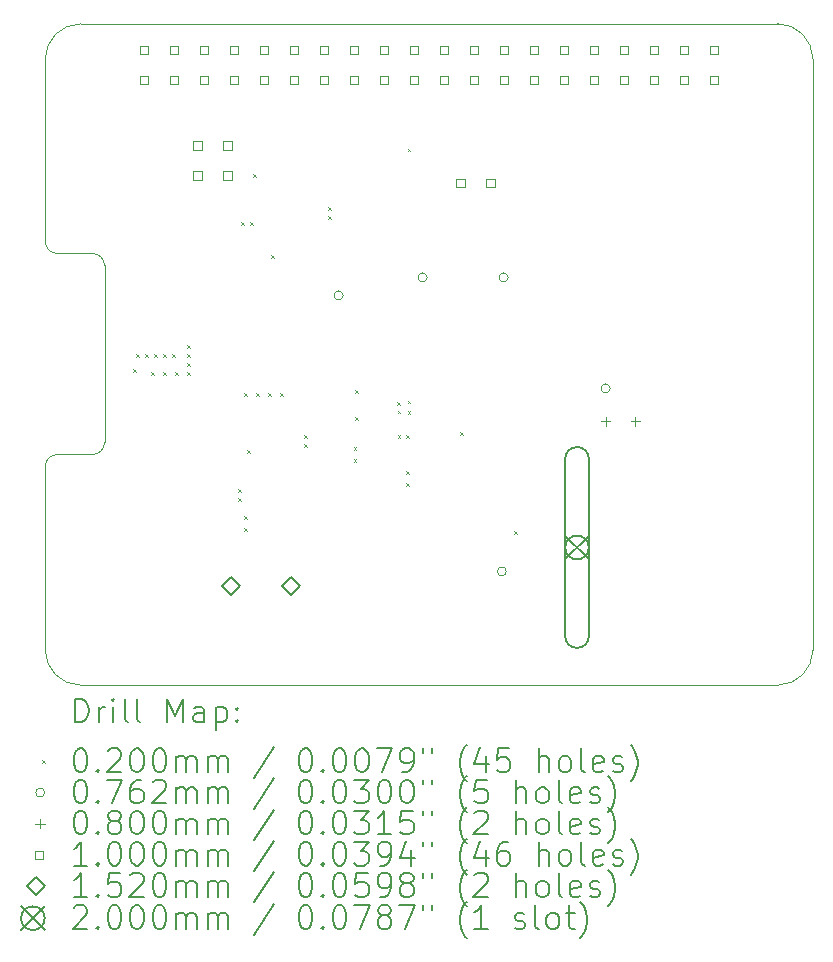
<source format=gbr>
%TF.GenerationSoftware,KiCad,Pcbnew,(6.0.9-0)*%
%TF.CreationDate,2023-02-01T16:38:25-05:00*%
%TF.ProjectId,LM5116-05,4c4d3531-3136-42d3-9035-2e6b69636164,rev?*%
%TF.SameCoordinates,Original*%
%TF.FileFunction,Drillmap*%
%TF.FilePolarity,Positive*%
%FSLAX45Y45*%
G04 Gerber Fmt 4.5, Leading zero omitted, Abs format (unit mm)*
G04 Created by KiCad (PCBNEW (6.0.9-0)) date 2023-02-01 16:38:25*
%MOMM*%
%LPD*%
G01*
G04 APERTURE LIST*
%ADD10C,0.100000*%
%ADD11C,0.200000*%
%ADD12C,0.020000*%
%ADD13C,0.076200*%
%ADD14C,0.080000*%
%ADD15C,0.152000*%
G04 APERTURE END LIST*
D10*
X7854950Y-7924800D02*
X7854636Y-6381761D01*
X7962888Y-8026202D02*
X8255000Y-8026400D01*
X8356600Y-8128000D02*
X8356600Y-9626600D01*
X8255000Y-9728200D02*
X7956550Y-9728200D01*
X7854950Y-9829800D02*
X7854636Y-11381761D01*
X14354635Y-11382285D02*
X14354636Y-6381761D01*
X14054636Y-11681756D02*
G75*
G03*
X14354635Y-11382285I4J299996D01*
G01*
X8154636Y-11681761D02*
X14054636Y-11681761D01*
X8356600Y-8128000D02*
G75*
G03*
X8255000Y-8026400I-101600J0D01*
G01*
X8154636Y-6081756D02*
G75*
G03*
X7854636Y-6381761I4J-300004D01*
G01*
X7956550Y-9728200D02*
G75*
G03*
X7854950Y-9829800I0J-101600D01*
G01*
X7854950Y-7924800D02*
G75*
G03*
X7962929Y-8026199I101600J0D01*
G01*
X14054636Y-6081761D02*
X8154636Y-6081761D01*
X7854639Y-11381761D02*
G75*
G03*
X8154636Y-11681761I300001J1D01*
G01*
X14354639Y-6381761D02*
G75*
G03*
X14054636Y-6081761I-299999J1D01*
G01*
X8255000Y-9728200D02*
G75*
G03*
X8356600Y-9626600I0J101600D01*
G01*
D11*
D12*
X8600600Y-9007000D02*
X8620600Y-9027000D01*
X8620600Y-9007000D02*
X8600600Y-9027000D01*
X8626000Y-8880000D02*
X8646000Y-8900000D01*
X8646000Y-8880000D02*
X8626000Y-8900000D01*
X8702200Y-8880000D02*
X8722200Y-8900000D01*
X8722200Y-8880000D02*
X8702200Y-8900000D01*
X8753000Y-9032400D02*
X8773000Y-9052400D01*
X8773000Y-9032400D02*
X8753000Y-9052400D01*
X8778400Y-8880000D02*
X8798400Y-8900000D01*
X8798400Y-8880000D02*
X8778400Y-8900000D01*
X8854600Y-8880000D02*
X8874600Y-8900000D01*
X8874600Y-8880000D02*
X8854600Y-8900000D01*
X8854600Y-9032400D02*
X8874600Y-9052400D01*
X8874600Y-9032400D02*
X8854600Y-9052400D01*
X8930800Y-8880000D02*
X8950800Y-8900000D01*
X8950800Y-8880000D02*
X8930800Y-8900000D01*
X8956200Y-9032400D02*
X8976200Y-9052400D01*
X8976200Y-9032400D02*
X8956200Y-9052400D01*
X9057800Y-8803800D02*
X9077800Y-8823800D01*
X9077800Y-8803800D02*
X9057800Y-8823800D01*
X9057800Y-8880000D02*
X9077800Y-8900000D01*
X9077800Y-8880000D02*
X9057800Y-8900000D01*
X9057800Y-8956200D02*
X9077800Y-8976200D01*
X9077800Y-8956200D02*
X9057800Y-8976200D01*
X9057800Y-9032400D02*
X9077800Y-9052400D01*
X9077800Y-9032400D02*
X9057800Y-9052400D01*
X9489600Y-10023000D02*
X9509600Y-10043000D01*
X9509600Y-10023000D02*
X9489600Y-10043000D01*
X9489600Y-10099200D02*
X9509600Y-10119200D01*
X9509600Y-10099200D02*
X9489600Y-10119200D01*
X9515000Y-7762400D02*
X9535000Y-7782400D01*
X9535000Y-7762400D02*
X9515000Y-7782400D01*
X9540400Y-9210200D02*
X9560400Y-9230200D01*
X9560400Y-9210200D02*
X9540400Y-9230200D01*
X9540400Y-10251600D02*
X9560400Y-10271600D01*
X9560400Y-10251600D02*
X9540400Y-10271600D01*
X9540400Y-10353200D02*
X9560400Y-10373200D01*
X9560400Y-10353200D02*
X9540400Y-10373200D01*
X9565800Y-9692800D02*
X9585800Y-9712800D01*
X9585800Y-9692800D02*
X9565800Y-9712800D01*
X9591200Y-7762400D02*
X9611200Y-7782400D01*
X9611200Y-7762400D02*
X9591200Y-7782400D01*
X9616600Y-7356000D02*
X9636600Y-7376000D01*
X9636600Y-7356000D02*
X9616600Y-7376000D01*
X9642000Y-9210200D02*
X9662000Y-9230200D01*
X9662000Y-9210200D02*
X9642000Y-9230200D01*
X9743600Y-9210200D02*
X9763600Y-9230200D01*
X9763600Y-9210200D02*
X9743600Y-9230200D01*
X9769000Y-8041800D02*
X9789000Y-8061800D01*
X9789000Y-8041800D02*
X9769000Y-8061800D01*
X9845200Y-9210200D02*
X9865200Y-9230200D01*
X9865200Y-9210200D02*
X9845200Y-9230200D01*
X10048400Y-9565800D02*
X10068400Y-9585800D01*
X10068400Y-9565800D02*
X10048400Y-9585800D01*
X10048400Y-9642000D02*
X10068400Y-9662000D01*
X10068400Y-9642000D02*
X10048400Y-9662000D01*
X10251600Y-7635400D02*
X10271600Y-7655400D01*
X10271600Y-7635400D02*
X10251600Y-7655400D01*
X10251600Y-7711600D02*
X10271600Y-7731600D01*
X10271600Y-7711600D02*
X10251600Y-7731600D01*
X10467900Y-9667400D02*
X10487900Y-9687400D01*
X10487900Y-9667400D02*
X10467900Y-9687400D01*
X10467900Y-9769000D02*
X10487900Y-9789000D01*
X10487900Y-9769000D02*
X10467900Y-9789000D01*
X10480200Y-9184800D02*
X10500200Y-9204800D01*
X10500200Y-9184800D02*
X10480200Y-9204800D01*
X10480200Y-9413400D02*
X10500200Y-9433400D01*
X10500200Y-9413400D02*
X10480200Y-9433400D01*
X10835800Y-9286400D02*
X10855800Y-9306400D01*
X10855800Y-9286400D02*
X10835800Y-9306400D01*
X10842350Y-9356050D02*
X10862350Y-9376050D01*
X10862350Y-9356050D02*
X10842350Y-9376050D01*
X10842350Y-9565800D02*
X10862350Y-9585800D01*
X10862350Y-9565800D02*
X10842350Y-9585800D01*
X10912000Y-9565800D02*
X10932000Y-9585800D01*
X10932000Y-9565800D02*
X10912000Y-9585800D01*
X10912000Y-9870600D02*
X10932000Y-9890600D01*
X10932000Y-9870600D02*
X10912000Y-9890600D01*
X10912000Y-9972200D02*
X10932000Y-9992200D01*
X10932000Y-9972200D02*
X10912000Y-9992200D01*
X10924700Y-7140100D02*
X10944700Y-7160100D01*
X10944700Y-7140100D02*
X10924700Y-7160100D01*
X10925100Y-9274100D02*
X10945100Y-9294100D01*
X10945100Y-9274100D02*
X10925100Y-9294100D01*
X10925100Y-9362600D02*
X10945100Y-9382600D01*
X10945100Y-9362600D02*
X10925100Y-9382600D01*
X11369200Y-9540400D02*
X11389200Y-9560400D01*
X11389200Y-9540400D02*
X11369200Y-9560400D01*
X11826400Y-10378600D02*
X11846400Y-10398600D01*
X11846400Y-10378600D02*
X11826400Y-10398600D01*
D13*
X10375900Y-8382000D02*
G75*
G03*
X10375900Y-8382000I-38100J0D01*
G01*
X11087100Y-8229600D02*
G75*
G03*
X11087100Y-8229600I-38100J0D01*
G01*
X11758300Y-10718800D02*
G75*
G03*
X11758300Y-10718800I-38100J0D01*
G01*
X11772900Y-8229600D02*
G75*
G03*
X11772900Y-8229600I-38100J0D01*
G01*
X12636500Y-9169400D02*
G75*
G03*
X12636500Y-9169400I-38100J0D01*
G01*
D14*
X12600400Y-9408800D02*
X12600400Y-9488800D01*
X12560400Y-9448800D02*
X12640400Y-9448800D01*
X12850400Y-9408800D02*
X12850400Y-9488800D01*
X12810400Y-9448800D02*
X12890400Y-9448800D01*
D10*
X8727356Y-6340356D02*
X8727356Y-6269644D01*
X8656644Y-6269644D01*
X8656644Y-6340356D01*
X8727356Y-6340356D01*
X8727356Y-6594356D02*
X8727356Y-6523644D01*
X8656644Y-6523644D01*
X8656644Y-6594356D01*
X8727356Y-6594356D01*
X8981356Y-6340356D02*
X8981356Y-6269644D01*
X8910644Y-6269644D01*
X8910644Y-6340356D01*
X8981356Y-6340356D01*
X8981356Y-6594356D02*
X8981356Y-6523644D01*
X8910644Y-6523644D01*
X8910644Y-6594356D01*
X8981356Y-6594356D01*
X9179356Y-7147356D02*
X9179356Y-7076644D01*
X9108644Y-7076644D01*
X9108644Y-7147356D01*
X9179356Y-7147356D01*
X9179356Y-7401356D02*
X9179356Y-7330644D01*
X9108644Y-7330644D01*
X9108644Y-7401356D01*
X9179356Y-7401356D01*
X9235356Y-6340356D02*
X9235356Y-6269644D01*
X9164644Y-6269644D01*
X9164644Y-6340356D01*
X9235356Y-6340356D01*
X9235356Y-6594356D02*
X9235356Y-6523644D01*
X9164644Y-6523644D01*
X9164644Y-6594356D01*
X9235356Y-6594356D01*
X9433356Y-7147356D02*
X9433356Y-7076644D01*
X9362644Y-7076644D01*
X9362644Y-7147356D01*
X9433356Y-7147356D01*
X9433356Y-7401356D02*
X9433356Y-7330644D01*
X9362644Y-7330644D01*
X9362644Y-7401356D01*
X9433356Y-7401356D01*
X9489356Y-6340356D02*
X9489356Y-6269644D01*
X9418644Y-6269644D01*
X9418644Y-6340356D01*
X9489356Y-6340356D01*
X9489356Y-6594356D02*
X9489356Y-6523644D01*
X9418644Y-6523644D01*
X9418644Y-6594356D01*
X9489356Y-6594356D01*
X9743356Y-6340356D02*
X9743356Y-6269644D01*
X9672644Y-6269644D01*
X9672644Y-6340356D01*
X9743356Y-6340356D01*
X9743356Y-6594356D02*
X9743356Y-6523644D01*
X9672644Y-6523644D01*
X9672644Y-6594356D01*
X9743356Y-6594356D01*
X9997356Y-6340356D02*
X9997356Y-6269644D01*
X9926644Y-6269644D01*
X9926644Y-6340356D01*
X9997356Y-6340356D01*
X9997356Y-6594356D02*
X9997356Y-6523644D01*
X9926644Y-6523644D01*
X9926644Y-6594356D01*
X9997356Y-6594356D01*
X10251356Y-6340356D02*
X10251356Y-6269644D01*
X10180644Y-6269644D01*
X10180644Y-6340356D01*
X10251356Y-6340356D01*
X10251356Y-6594356D02*
X10251356Y-6523644D01*
X10180644Y-6523644D01*
X10180644Y-6594356D01*
X10251356Y-6594356D01*
X10505356Y-6340356D02*
X10505356Y-6269644D01*
X10434644Y-6269644D01*
X10434644Y-6340356D01*
X10505356Y-6340356D01*
X10505356Y-6594356D02*
X10505356Y-6523644D01*
X10434644Y-6523644D01*
X10434644Y-6594356D01*
X10505356Y-6594356D01*
X10759356Y-6340356D02*
X10759356Y-6269644D01*
X10688644Y-6269644D01*
X10688644Y-6340356D01*
X10759356Y-6340356D01*
X10759356Y-6594356D02*
X10759356Y-6523644D01*
X10688644Y-6523644D01*
X10688644Y-6594356D01*
X10759356Y-6594356D01*
X11013356Y-6340356D02*
X11013356Y-6269644D01*
X10942644Y-6269644D01*
X10942644Y-6340356D01*
X11013356Y-6340356D01*
X11013356Y-6594356D02*
X11013356Y-6523644D01*
X10942644Y-6523644D01*
X10942644Y-6594356D01*
X11013356Y-6594356D01*
X11267356Y-6340356D02*
X11267356Y-6269644D01*
X11196644Y-6269644D01*
X11196644Y-6340356D01*
X11267356Y-6340356D01*
X11267356Y-6594356D02*
X11267356Y-6523644D01*
X11196644Y-6523644D01*
X11196644Y-6594356D01*
X11267356Y-6594356D01*
X11405356Y-7464856D02*
X11405356Y-7394144D01*
X11334644Y-7394144D01*
X11334644Y-7464856D01*
X11405356Y-7464856D01*
X11521356Y-6340356D02*
X11521356Y-6269644D01*
X11450644Y-6269644D01*
X11450644Y-6340356D01*
X11521356Y-6340356D01*
X11521356Y-6594356D02*
X11521356Y-6523644D01*
X11450644Y-6523644D01*
X11450644Y-6594356D01*
X11521356Y-6594356D01*
X11659356Y-7464856D02*
X11659356Y-7394144D01*
X11588644Y-7394144D01*
X11588644Y-7464856D01*
X11659356Y-7464856D01*
X11775356Y-6340356D02*
X11775356Y-6269644D01*
X11704644Y-6269644D01*
X11704644Y-6340356D01*
X11775356Y-6340356D01*
X11775356Y-6594356D02*
X11775356Y-6523644D01*
X11704644Y-6523644D01*
X11704644Y-6594356D01*
X11775356Y-6594356D01*
X12029356Y-6340356D02*
X12029356Y-6269644D01*
X11958644Y-6269644D01*
X11958644Y-6340356D01*
X12029356Y-6340356D01*
X12029356Y-6594356D02*
X12029356Y-6523644D01*
X11958644Y-6523644D01*
X11958644Y-6594356D01*
X12029356Y-6594356D01*
X12283356Y-6340356D02*
X12283356Y-6269644D01*
X12212644Y-6269644D01*
X12212644Y-6340356D01*
X12283356Y-6340356D01*
X12283356Y-6594356D02*
X12283356Y-6523644D01*
X12212644Y-6523644D01*
X12212644Y-6594356D01*
X12283356Y-6594356D01*
X12537356Y-6340356D02*
X12537356Y-6269644D01*
X12466644Y-6269644D01*
X12466644Y-6340356D01*
X12537356Y-6340356D01*
X12537356Y-6594356D02*
X12537356Y-6523644D01*
X12466644Y-6523644D01*
X12466644Y-6594356D01*
X12537356Y-6594356D01*
X12791356Y-6340356D02*
X12791356Y-6269644D01*
X12720644Y-6269644D01*
X12720644Y-6340356D01*
X12791356Y-6340356D01*
X12791356Y-6594356D02*
X12791356Y-6523644D01*
X12720644Y-6523644D01*
X12720644Y-6594356D01*
X12791356Y-6594356D01*
X13045356Y-6340356D02*
X13045356Y-6269644D01*
X12974644Y-6269644D01*
X12974644Y-6340356D01*
X13045356Y-6340356D01*
X13045356Y-6594356D02*
X13045356Y-6523644D01*
X12974644Y-6523644D01*
X12974644Y-6594356D01*
X13045356Y-6594356D01*
X13299356Y-6340356D02*
X13299356Y-6269644D01*
X13228644Y-6269644D01*
X13228644Y-6340356D01*
X13299356Y-6340356D01*
X13299356Y-6594356D02*
X13299356Y-6523644D01*
X13228644Y-6523644D01*
X13228644Y-6594356D01*
X13299356Y-6594356D01*
X13553356Y-6340356D02*
X13553356Y-6269644D01*
X13482644Y-6269644D01*
X13482644Y-6340356D01*
X13553356Y-6340356D01*
X13553356Y-6594356D02*
X13553356Y-6523644D01*
X13482644Y-6523644D01*
X13482644Y-6594356D01*
X13553356Y-6594356D01*
D15*
X9423400Y-10921800D02*
X9499400Y-10845800D01*
X9423400Y-10769800D01*
X9347400Y-10845800D01*
X9423400Y-10921800D01*
X9931400Y-10921800D02*
X10007400Y-10845800D01*
X9931400Y-10769800D01*
X9855400Y-10845800D01*
X9931400Y-10921800D01*
D11*
X12257100Y-10415600D02*
X12457100Y-10615600D01*
X12457100Y-10415600D02*
X12257100Y-10615600D01*
X12457100Y-10515600D02*
G75*
G03*
X12457100Y-10515600I-100000J0D01*
G01*
X12257100Y-9765600D02*
X12257100Y-11265600D01*
X12457100Y-9765600D02*
X12457100Y-11265600D01*
X12257100Y-11265600D02*
G75*
G03*
X12457100Y-11265600I100000J0D01*
G01*
X12457100Y-9765600D02*
G75*
G03*
X12257100Y-9765600I-100000J0D01*
G01*
X8107255Y-11997237D02*
X8107255Y-11797237D01*
X8154874Y-11797237D01*
X8183445Y-11806761D01*
X8202493Y-11825809D01*
X8212016Y-11844856D01*
X8221540Y-11882951D01*
X8221540Y-11911523D01*
X8212016Y-11949618D01*
X8202493Y-11968666D01*
X8183445Y-11987713D01*
X8154874Y-11997237D01*
X8107255Y-11997237D01*
X8307255Y-11997237D02*
X8307255Y-11863904D01*
X8307255Y-11901999D02*
X8316778Y-11882951D01*
X8326302Y-11873428D01*
X8345350Y-11863904D01*
X8364397Y-11863904D01*
X8431064Y-11997237D02*
X8431064Y-11863904D01*
X8431064Y-11797237D02*
X8421540Y-11806761D01*
X8431064Y-11816285D01*
X8440588Y-11806761D01*
X8431064Y-11797237D01*
X8431064Y-11816285D01*
X8554874Y-11997237D02*
X8535826Y-11987713D01*
X8526302Y-11968666D01*
X8526302Y-11797237D01*
X8659636Y-11997237D02*
X8640588Y-11987713D01*
X8631064Y-11968666D01*
X8631064Y-11797237D01*
X8888207Y-11997237D02*
X8888207Y-11797237D01*
X8954874Y-11940094D01*
X9021540Y-11797237D01*
X9021540Y-11997237D01*
X9202493Y-11997237D02*
X9202493Y-11892475D01*
X9192969Y-11873428D01*
X9173921Y-11863904D01*
X9135826Y-11863904D01*
X9116778Y-11873428D01*
X9202493Y-11987713D02*
X9183445Y-11997237D01*
X9135826Y-11997237D01*
X9116778Y-11987713D01*
X9107255Y-11968666D01*
X9107255Y-11949618D01*
X9116778Y-11930571D01*
X9135826Y-11921047D01*
X9183445Y-11921047D01*
X9202493Y-11911523D01*
X9297731Y-11863904D02*
X9297731Y-12063904D01*
X9297731Y-11873428D02*
X9316778Y-11863904D01*
X9354874Y-11863904D01*
X9373921Y-11873428D01*
X9383445Y-11882951D01*
X9392969Y-11901999D01*
X9392969Y-11959142D01*
X9383445Y-11978190D01*
X9373921Y-11987713D01*
X9354874Y-11997237D01*
X9316778Y-11997237D01*
X9297731Y-11987713D01*
X9478683Y-11978190D02*
X9488207Y-11987713D01*
X9478683Y-11997237D01*
X9469159Y-11987713D01*
X9478683Y-11978190D01*
X9478683Y-11997237D01*
X9478683Y-11873428D02*
X9488207Y-11882951D01*
X9478683Y-11892475D01*
X9469159Y-11882951D01*
X9478683Y-11873428D01*
X9478683Y-11892475D01*
D12*
X7829636Y-12316761D02*
X7849636Y-12336761D01*
X7849636Y-12316761D02*
X7829636Y-12336761D01*
D11*
X8145350Y-12217237D02*
X8164397Y-12217237D01*
X8183445Y-12226761D01*
X8192969Y-12236285D01*
X8202493Y-12255332D01*
X8212016Y-12293428D01*
X8212016Y-12341047D01*
X8202493Y-12379142D01*
X8192969Y-12398190D01*
X8183445Y-12407713D01*
X8164397Y-12417237D01*
X8145350Y-12417237D01*
X8126302Y-12407713D01*
X8116778Y-12398190D01*
X8107255Y-12379142D01*
X8097731Y-12341047D01*
X8097731Y-12293428D01*
X8107255Y-12255332D01*
X8116778Y-12236285D01*
X8126302Y-12226761D01*
X8145350Y-12217237D01*
X8297731Y-12398190D02*
X8307255Y-12407713D01*
X8297731Y-12417237D01*
X8288207Y-12407713D01*
X8297731Y-12398190D01*
X8297731Y-12417237D01*
X8383445Y-12236285D02*
X8392969Y-12226761D01*
X8412017Y-12217237D01*
X8459636Y-12217237D01*
X8478683Y-12226761D01*
X8488207Y-12236285D01*
X8497731Y-12255332D01*
X8497731Y-12274380D01*
X8488207Y-12302951D01*
X8373921Y-12417237D01*
X8497731Y-12417237D01*
X8621540Y-12217237D02*
X8640588Y-12217237D01*
X8659636Y-12226761D01*
X8669159Y-12236285D01*
X8678683Y-12255332D01*
X8688207Y-12293428D01*
X8688207Y-12341047D01*
X8678683Y-12379142D01*
X8669159Y-12398190D01*
X8659636Y-12407713D01*
X8640588Y-12417237D01*
X8621540Y-12417237D01*
X8602493Y-12407713D01*
X8592969Y-12398190D01*
X8583445Y-12379142D01*
X8573921Y-12341047D01*
X8573921Y-12293428D01*
X8583445Y-12255332D01*
X8592969Y-12236285D01*
X8602493Y-12226761D01*
X8621540Y-12217237D01*
X8812017Y-12217237D02*
X8831064Y-12217237D01*
X8850112Y-12226761D01*
X8859636Y-12236285D01*
X8869159Y-12255332D01*
X8878683Y-12293428D01*
X8878683Y-12341047D01*
X8869159Y-12379142D01*
X8859636Y-12398190D01*
X8850112Y-12407713D01*
X8831064Y-12417237D01*
X8812017Y-12417237D01*
X8792969Y-12407713D01*
X8783445Y-12398190D01*
X8773921Y-12379142D01*
X8764398Y-12341047D01*
X8764398Y-12293428D01*
X8773921Y-12255332D01*
X8783445Y-12236285D01*
X8792969Y-12226761D01*
X8812017Y-12217237D01*
X8964398Y-12417237D02*
X8964398Y-12283904D01*
X8964398Y-12302951D02*
X8973921Y-12293428D01*
X8992969Y-12283904D01*
X9021540Y-12283904D01*
X9040588Y-12293428D01*
X9050112Y-12312475D01*
X9050112Y-12417237D01*
X9050112Y-12312475D02*
X9059636Y-12293428D01*
X9078683Y-12283904D01*
X9107255Y-12283904D01*
X9126302Y-12293428D01*
X9135826Y-12312475D01*
X9135826Y-12417237D01*
X9231064Y-12417237D02*
X9231064Y-12283904D01*
X9231064Y-12302951D02*
X9240588Y-12293428D01*
X9259636Y-12283904D01*
X9288207Y-12283904D01*
X9307255Y-12293428D01*
X9316778Y-12312475D01*
X9316778Y-12417237D01*
X9316778Y-12312475D02*
X9326302Y-12293428D01*
X9345350Y-12283904D01*
X9373921Y-12283904D01*
X9392969Y-12293428D01*
X9402493Y-12312475D01*
X9402493Y-12417237D01*
X9792969Y-12207713D02*
X9621540Y-12464856D01*
X10050112Y-12217237D02*
X10069159Y-12217237D01*
X10088207Y-12226761D01*
X10097731Y-12236285D01*
X10107255Y-12255332D01*
X10116778Y-12293428D01*
X10116778Y-12341047D01*
X10107255Y-12379142D01*
X10097731Y-12398190D01*
X10088207Y-12407713D01*
X10069159Y-12417237D01*
X10050112Y-12417237D01*
X10031064Y-12407713D01*
X10021540Y-12398190D01*
X10012017Y-12379142D01*
X10002493Y-12341047D01*
X10002493Y-12293428D01*
X10012017Y-12255332D01*
X10021540Y-12236285D01*
X10031064Y-12226761D01*
X10050112Y-12217237D01*
X10202493Y-12398190D02*
X10212017Y-12407713D01*
X10202493Y-12417237D01*
X10192969Y-12407713D01*
X10202493Y-12398190D01*
X10202493Y-12417237D01*
X10335826Y-12217237D02*
X10354874Y-12217237D01*
X10373921Y-12226761D01*
X10383445Y-12236285D01*
X10392969Y-12255332D01*
X10402493Y-12293428D01*
X10402493Y-12341047D01*
X10392969Y-12379142D01*
X10383445Y-12398190D01*
X10373921Y-12407713D01*
X10354874Y-12417237D01*
X10335826Y-12417237D01*
X10316778Y-12407713D01*
X10307255Y-12398190D01*
X10297731Y-12379142D01*
X10288207Y-12341047D01*
X10288207Y-12293428D01*
X10297731Y-12255332D01*
X10307255Y-12236285D01*
X10316778Y-12226761D01*
X10335826Y-12217237D01*
X10526302Y-12217237D02*
X10545350Y-12217237D01*
X10564398Y-12226761D01*
X10573921Y-12236285D01*
X10583445Y-12255332D01*
X10592969Y-12293428D01*
X10592969Y-12341047D01*
X10583445Y-12379142D01*
X10573921Y-12398190D01*
X10564398Y-12407713D01*
X10545350Y-12417237D01*
X10526302Y-12417237D01*
X10507255Y-12407713D01*
X10497731Y-12398190D01*
X10488207Y-12379142D01*
X10478683Y-12341047D01*
X10478683Y-12293428D01*
X10488207Y-12255332D01*
X10497731Y-12236285D01*
X10507255Y-12226761D01*
X10526302Y-12217237D01*
X10659636Y-12217237D02*
X10792969Y-12217237D01*
X10707255Y-12417237D01*
X10878683Y-12417237D02*
X10916778Y-12417237D01*
X10935826Y-12407713D01*
X10945350Y-12398190D01*
X10964398Y-12369618D01*
X10973921Y-12331523D01*
X10973921Y-12255332D01*
X10964398Y-12236285D01*
X10954874Y-12226761D01*
X10935826Y-12217237D01*
X10897731Y-12217237D01*
X10878683Y-12226761D01*
X10869159Y-12236285D01*
X10859636Y-12255332D01*
X10859636Y-12302951D01*
X10869159Y-12321999D01*
X10878683Y-12331523D01*
X10897731Y-12341047D01*
X10935826Y-12341047D01*
X10954874Y-12331523D01*
X10964398Y-12321999D01*
X10973921Y-12302951D01*
X11050112Y-12217237D02*
X11050112Y-12255332D01*
X11126302Y-12217237D02*
X11126302Y-12255332D01*
X11421540Y-12493428D02*
X11412016Y-12483904D01*
X11392969Y-12455332D01*
X11383445Y-12436285D01*
X11373921Y-12407713D01*
X11364397Y-12360094D01*
X11364397Y-12321999D01*
X11373921Y-12274380D01*
X11383445Y-12245809D01*
X11392969Y-12226761D01*
X11412016Y-12198190D01*
X11421540Y-12188666D01*
X11583445Y-12283904D02*
X11583445Y-12417237D01*
X11535826Y-12207713D02*
X11488207Y-12350571D01*
X11612016Y-12350571D01*
X11783445Y-12217237D02*
X11688207Y-12217237D01*
X11678683Y-12312475D01*
X11688207Y-12302951D01*
X11707255Y-12293428D01*
X11754874Y-12293428D01*
X11773921Y-12302951D01*
X11783445Y-12312475D01*
X11792969Y-12331523D01*
X11792969Y-12379142D01*
X11783445Y-12398190D01*
X11773921Y-12407713D01*
X11754874Y-12417237D01*
X11707255Y-12417237D01*
X11688207Y-12407713D01*
X11678683Y-12398190D01*
X12031064Y-12417237D02*
X12031064Y-12217237D01*
X12116778Y-12417237D02*
X12116778Y-12312475D01*
X12107255Y-12293428D01*
X12088207Y-12283904D01*
X12059635Y-12283904D01*
X12040588Y-12293428D01*
X12031064Y-12302951D01*
X12240588Y-12417237D02*
X12221540Y-12407713D01*
X12212016Y-12398190D01*
X12202493Y-12379142D01*
X12202493Y-12321999D01*
X12212016Y-12302951D01*
X12221540Y-12293428D01*
X12240588Y-12283904D01*
X12269159Y-12283904D01*
X12288207Y-12293428D01*
X12297731Y-12302951D01*
X12307255Y-12321999D01*
X12307255Y-12379142D01*
X12297731Y-12398190D01*
X12288207Y-12407713D01*
X12269159Y-12417237D01*
X12240588Y-12417237D01*
X12421540Y-12417237D02*
X12402493Y-12407713D01*
X12392969Y-12388666D01*
X12392969Y-12217237D01*
X12573921Y-12407713D02*
X12554874Y-12417237D01*
X12516778Y-12417237D01*
X12497731Y-12407713D01*
X12488207Y-12388666D01*
X12488207Y-12312475D01*
X12497731Y-12293428D01*
X12516778Y-12283904D01*
X12554874Y-12283904D01*
X12573921Y-12293428D01*
X12583445Y-12312475D01*
X12583445Y-12331523D01*
X12488207Y-12350571D01*
X12659635Y-12407713D02*
X12678683Y-12417237D01*
X12716778Y-12417237D01*
X12735826Y-12407713D01*
X12745350Y-12388666D01*
X12745350Y-12379142D01*
X12735826Y-12360094D01*
X12716778Y-12350571D01*
X12688207Y-12350571D01*
X12669159Y-12341047D01*
X12659635Y-12321999D01*
X12659635Y-12312475D01*
X12669159Y-12293428D01*
X12688207Y-12283904D01*
X12716778Y-12283904D01*
X12735826Y-12293428D01*
X12812016Y-12493428D02*
X12821540Y-12483904D01*
X12840588Y-12455332D01*
X12850112Y-12436285D01*
X12859635Y-12407713D01*
X12869159Y-12360094D01*
X12869159Y-12321999D01*
X12859635Y-12274380D01*
X12850112Y-12245809D01*
X12840588Y-12226761D01*
X12821540Y-12198190D01*
X12812016Y-12188666D01*
D13*
X7849636Y-12590761D02*
G75*
G03*
X7849636Y-12590761I-38100J0D01*
G01*
D11*
X8145350Y-12481237D02*
X8164397Y-12481237D01*
X8183445Y-12490761D01*
X8192969Y-12500285D01*
X8202493Y-12519332D01*
X8212016Y-12557428D01*
X8212016Y-12605047D01*
X8202493Y-12643142D01*
X8192969Y-12662190D01*
X8183445Y-12671713D01*
X8164397Y-12681237D01*
X8145350Y-12681237D01*
X8126302Y-12671713D01*
X8116778Y-12662190D01*
X8107255Y-12643142D01*
X8097731Y-12605047D01*
X8097731Y-12557428D01*
X8107255Y-12519332D01*
X8116778Y-12500285D01*
X8126302Y-12490761D01*
X8145350Y-12481237D01*
X8297731Y-12662190D02*
X8307255Y-12671713D01*
X8297731Y-12681237D01*
X8288207Y-12671713D01*
X8297731Y-12662190D01*
X8297731Y-12681237D01*
X8373921Y-12481237D02*
X8507255Y-12481237D01*
X8421540Y-12681237D01*
X8669159Y-12481237D02*
X8631064Y-12481237D01*
X8612017Y-12490761D01*
X8602493Y-12500285D01*
X8583445Y-12528856D01*
X8573921Y-12566951D01*
X8573921Y-12643142D01*
X8583445Y-12662190D01*
X8592969Y-12671713D01*
X8612017Y-12681237D01*
X8650112Y-12681237D01*
X8669159Y-12671713D01*
X8678683Y-12662190D01*
X8688207Y-12643142D01*
X8688207Y-12595523D01*
X8678683Y-12576475D01*
X8669159Y-12566951D01*
X8650112Y-12557428D01*
X8612017Y-12557428D01*
X8592969Y-12566951D01*
X8583445Y-12576475D01*
X8573921Y-12595523D01*
X8764398Y-12500285D02*
X8773921Y-12490761D01*
X8792969Y-12481237D01*
X8840588Y-12481237D01*
X8859636Y-12490761D01*
X8869159Y-12500285D01*
X8878683Y-12519332D01*
X8878683Y-12538380D01*
X8869159Y-12566951D01*
X8754874Y-12681237D01*
X8878683Y-12681237D01*
X8964398Y-12681237D02*
X8964398Y-12547904D01*
X8964398Y-12566951D02*
X8973921Y-12557428D01*
X8992969Y-12547904D01*
X9021540Y-12547904D01*
X9040588Y-12557428D01*
X9050112Y-12576475D01*
X9050112Y-12681237D01*
X9050112Y-12576475D02*
X9059636Y-12557428D01*
X9078683Y-12547904D01*
X9107255Y-12547904D01*
X9126302Y-12557428D01*
X9135826Y-12576475D01*
X9135826Y-12681237D01*
X9231064Y-12681237D02*
X9231064Y-12547904D01*
X9231064Y-12566951D02*
X9240588Y-12557428D01*
X9259636Y-12547904D01*
X9288207Y-12547904D01*
X9307255Y-12557428D01*
X9316778Y-12576475D01*
X9316778Y-12681237D01*
X9316778Y-12576475D02*
X9326302Y-12557428D01*
X9345350Y-12547904D01*
X9373921Y-12547904D01*
X9392969Y-12557428D01*
X9402493Y-12576475D01*
X9402493Y-12681237D01*
X9792969Y-12471713D02*
X9621540Y-12728856D01*
X10050112Y-12481237D02*
X10069159Y-12481237D01*
X10088207Y-12490761D01*
X10097731Y-12500285D01*
X10107255Y-12519332D01*
X10116778Y-12557428D01*
X10116778Y-12605047D01*
X10107255Y-12643142D01*
X10097731Y-12662190D01*
X10088207Y-12671713D01*
X10069159Y-12681237D01*
X10050112Y-12681237D01*
X10031064Y-12671713D01*
X10021540Y-12662190D01*
X10012017Y-12643142D01*
X10002493Y-12605047D01*
X10002493Y-12557428D01*
X10012017Y-12519332D01*
X10021540Y-12500285D01*
X10031064Y-12490761D01*
X10050112Y-12481237D01*
X10202493Y-12662190D02*
X10212017Y-12671713D01*
X10202493Y-12681237D01*
X10192969Y-12671713D01*
X10202493Y-12662190D01*
X10202493Y-12681237D01*
X10335826Y-12481237D02*
X10354874Y-12481237D01*
X10373921Y-12490761D01*
X10383445Y-12500285D01*
X10392969Y-12519332D01*
X10402493Y-12557428D01*
X10402493Y-12605047D01*
X10392969Y-12643142D01*
X10383445Y-12662190D01*
X10373921Y-12671713D01*
X10354874Y-12681237D01*
X10335826Y-12681237D01*
X10316778Y-12671713D01*
X10307255Y-12662190D01*
X10297731Y-12643142D01*
X10288207Y-12605047D01*
X10288207Y-12557428D01*
X10297731Y-12519332D01*
X10307255Y-12500285D01*
X10316778Y-12490761D01*
X10335826Y-12481237D01*
X10469159Y-12481237D02*
X10592969Y-12481237D01*
X10526302Y-12557428D01*
X10554874Y-12557428D01*
X10573921Y-12566951D01*
X10583445Y-12576475D01*
X10592969Y-12595523D01*
X10592969Y-12643142D01*
X10583445Y-12662190D01*
X10573921Y-12671713D01*
X10554874Y-12681237D01*
X10497731Y-12681237D01*
X10478683Y-12671713D01*
X10469159Y-12662190D01*
X10716778Y-12481237D02*
X10735826Y-12481237D01*
X10754874Y-12490761D01*
X10764398Y-12500285D01*
X10773921Y-12519332D01*
X10783445Y-12557428D01*
X10783445Y-12605047D01*
X10773921Y-12643142D01*
X10764398Y-12662190D01*
X10754874Y-12671713D01*
X10735826Y-12681237D01*
X10716778Y-12681237D01*
X10697731Y-12671713D01*
X10688207Y-12662190D01*
X10678683Y-12643142D01*
X10669159Y-12605047D01*
X10669159Y-12557428D01*
X10678683Y-12519332D01*
X10688207Y-12500285D01*
X10697731Y-12490761D01*
X10716778Y-12481237D01*
X10907255Y-12481237D02*
X10926302Y-12481237D01*
X10945350Y-12490761D01*
X10954874Y-12500285D01*
X10964398Y-12519332D01*
X10973921Y-12557428D01*
X10973921Y-12605047D01*
X10964398Y-12643142D01*
X10954874Y-12662190D01*
X10945350Y-12671713D01*
X10926302Y-12681237D01*
X10907255Y-12681237D01*
X10888207Y-12671713D01*
X10878683Y-12662190D01*
X10869159Y-12643142D01*
X10859636Y-12605047D01*
X10859636Y-12557428D01*
X10869159Y-12519332D01*
X10878683Y-12500285D01*
X10888207Y-12490761D01*
X10907255Y-12481237D01*
X11050112Y-12481237D02*
X11050112Y-12519332D01*
X11126302Y-12481237D02*
X11126302Y-12519332D01*
X11421540Y-12757428D02*
X11412016Y-12747904D01*
X11392969Y-12719332D01*
X11383445Y-12700285D01*
X11373921Y-12671713D01*
X11364397Y-12624094D01*
X11364397Y-12585999D01*
X11373921Y-12538380D01*
X11383445Y-12509809D01*
X11392969Y-12490761D01*
X11412016Y-12462190D01*
X11421540Y-12452666D01*
X11592969Y-12481237D02*
X11497731Y-12481237D01*
X11488207Y-12576475D01*
X11497731Y-12566951D01*
X11516778Y-12557428D01*
X11564397Y-12557428D01*
X11583445Y-12566951D01*
X11592969Y-12576475D01*
X11602493Y-12595523D01*
X11602493Y-12643142D01*
X11592969Y-12662190D01*
X11583445Y-12671713D01*
X11564397Y-12681237D01*
X11516778Y-12681237D01*
X11497731Y-12671713D01*
X11488207Y-12662190D01*
X11840588Y-12681237D02*
X11840588Y-12481237D01*
X11926302Y-12681237D02*
X11926302Y-12576475D01*
X11916778Y-12557428D01*
X11897731Y-12547904D01*
X11869159Y-12547904D01*
X11850112Y-12557428D01*
X11840588Y-12566951D01*
X12050112Y-12681237D02*
X12031064Y-12671713D01*
X12021540Y-12662190D01*
X12012016Y-12643142D01*
X12012016Y-12585999D01*
X12021540Y-12566951D01*
X12031064Y-12557428D01*
X12050112Y-12547904D01*
X12078683Y-12547904D01*
X12097731Y-12557428D01*
X12107255Y-12566951D01*
X12116778Y-12585999D01*
X12116778Y-12643142D01*
X12107255Y-12662190D01*
X12097731Y-12671713D01*
X12078683Y-12681237D01*
X12050112Y-12681237D01*
X12231064Y-12681237D02*
X12212016Y-12671713D01*
X12202493Y-12652666D01*
X12202493Y-12481237D01*
X12383445Y-12671713D02*
X12364397Y-12681237D01*
X12326302Y-12681237D01*
X12307255Y-12671713D01*
X12297731Y-12652666D01*
X12297731Y-12576475D01*
X12307255Y-12557428D01*
X12326302Y-12547904D01*
X12364397Y-12547904D01*
X12383445Y-12557428D01*
X12392969Y-12576475D01*
X12392969Y-12595523D01*
X12297731Y-12614571D01*
X12469159Y-12671713D02*
X12488207Y-12681237D01*
X12526302Y-12681237D01*
X12545350Y-12671713D01*
X12554874Y-12652666D01*
X12554874Y-12643142D01*
X12545350Y-12624094D01*
X12526302Y-12614571D01*
X12497731Y-12614571D01*
X12478683Y-12605047D01*
X12469159Y-12585999D01*
X12469159Y-12576475D01*
X12478683Y-12557428D01*
X12497731Y-12547904D01*
X12526302Y-12547904D01*
X12545350Y-12557428D01*
X12621540Y-12757428D02*
X12631064Y-12747904D01*
X12650112Y-12719332D01*
X12659635Y-12700285D01*
X12669159Y-12671713D01*
X12678683Y-12624094D01*
X12678683Y-12585999D01*
X12669159Y-12538380D01*
X12659635Y-12509809D01*
X12650112Y-12490761D01*
X12631064Y-12462190D01*
X12621540Y-12452666D01*
D14*
X7809636Y-12814761D02*
X7809636Y-12894761D01*
X7769636Y-12854761D02*
X7849636Y-12854761D01*
D11*
X8145350Y-12745237D02*
X8164397Y-12745237D01*
X8183445Y-12754761D01*
X8192969Y-12764285D01*
X8202493Y-12783332D01*
X8212016Y-12821428D01*
X8212016Y-12869047D01*
X8202493Y-12907142D01*
X8192969Y-12926190D01*
X8183445Y-12935713D01*
X8164397Y-12945237D01*
X8145350Y-12945237D01*
X8126302Y-12935713D01*
X8116778Y-12926190D01*
X8107255Y-12907142D01*
X8097731Y-12869047D01*
X8097731Y-12821428D01*
X8107255Y-12783332D01*
X8116778Y-12764285D01*
X8126302Y-12754761D01*
X8145350Y-12745237D01*
X8297731Y-12926190D02*
X8307255Y-12935713D01*
X8297731Y-12945237D01*
X8288207Y-12935713D01*
X8297731Y-12926190D01*
X8297731Y-12945237D01*
X8421540Y-12830951D02*
X8402493Y-12821428D01*
X8392969Y-12811904D01*
X8383445Y-12792856D01*
X8383445Y-12783332D01*
X8392969Y-12764285D01*
X8402493Y-12754761D01*
X8421540Y-12745237D01*
X8459636Y-12745237D01*
X8478683Y-12754761D01*
X8488207Y-12764285D01*
X8497731Y-12783332D01*
X8497731Y-12792856D01*
X8488207Y-12811904D01*
X8478683Y-12821428D01*
X8459636Y-12830951D01*
X8421540Y-12830951D01*
X8402493Y-12840475D01*
X8392969Y-12849999D01*
X8383445Y-12869047D01*
X8383445Y-12907142D01*
X8392969Y-12926190D01*
X8402493Y-12935713D01*
X8421540Y-12945237D01*
X8459636Y-12945237D01*
X8478683Y-12935713D01*
X8488207Y-12926190D01*
X8497731Y-12907142D01*
X8497731Y-12869047D01*
X8488207Y-12849999D01*
X8478683Y-12840475D01*
X8459636Y-12830951D01*
X8621540Y-12745237D02*
X8640588Y-12745237D01*
X8659636Y-12754761D01*
X8669159Y-12764285D01*
X8678683Y-12783332D01*
X8688207Y-12821428D01*
X8688207Y-12869047D01*
X8678683Y-12907142D01*
X8669159Y-12926190D01*
X8659636Y-12935713D01*
X8640588Y-12945237D01*
X8621540Y-12945237D01*
X8602493Y-12935713D01*
X8592969Y-12926190D01*
X8583445Y-12907142D01*
X8573921Y-12869047D01*
X8573921Y-12821428D01*
X8583445Y-12783332D01*
X8592969Y-12764285D01*
X8602493Y-12754761D01*
X8621540Y-12745237D01*
X8812017Y-12745237D02*
X8831064Y-12745237D01*
X8850112Y-12754761D01*
X8859636Y-12764285D01*
X8869159Y-12783332D01*
X8878683Y-12821428D01*
X8878683Y-12869047D01*
X8869159Y-12907142D01*
X8859636Y-12926190D01*
X8850112Y-12935713D01*
X8831064Y-12945237D01*
X8812017Y-12945237D01*
X8792969Y-12935713D01*
X8783445Y-12926190D01*
X8773921Y-12907142D01*
X8764398Y-12869047D01*
X8764398Y-12821428D01*
X8773921Y-12783332D01*
X8783445Y-12764285D01*
X8792969Y-12754761D01*
X8812017Y-12745237D01*
X8964398Y-12945237D02*
X8964398Y-12811904D01*
X8964398Y-12830951D02*
X8973921Y-12821428D01*
X8992969Y-12811904D01*
X9021540Y-12811904D01*
X9040588Y-12821428D01*
X9050112Y-12840475D01*
X9050112Y-12945237D01*
X9050112Y-12840475D02*
X9059636Y-12821428D01*
X9078683Y-12811904D01*
X9107255Y-12811904D01*
X9126302Y-12821428D01*
X9135826Y-12840475D01*
X9135826Y-12945237D01*
X9231064Y-12945237D02*
X9231064Y-12811904D01*
X9231064Y-12830951D02*
X9240588Y-12821428D01*
X9259636Y-12811904D01*
X9288207Y-12811904D01*
X9307255Y-12821428D01*
X9316778Y-12840475D01*
X9316778Y-12945237D01*
X9316778Y-12840475D02*
X9326302Y-12821428D01*
X9345350Y-12811904D01*
X9373921Y-12811904D01*
X9392969Y-12821428D01*
X9402493Y-12840475D01*
X9402493Y-12945237D01*
X9792969Y-12735713D02*
X9621540Y-12992856D01*
X10050112Y-12745237D02*
X10069159Y-12745237D01*
X10088207Y-12754761D01*
X10097731Y-12764285D01*
X10107255Y-12783332D01*
X10116778Y-12821428D01*
X10116778Y-12869047D01*
X10107255Y-12907142D01*
X10097731Y-12926190D01*
X10088207Y-12935713D01*
X10069159Y-12945237D01*
X10050112Y-12945237D01*
X10031064Y-12935713D01*
X10021540Y-12926190D01*
X10012017Y-12907142D01*
X10002493Y-12869047D01*
X10002493Y-12821428D01*
X10012017Y-12783332D01*
X10021540Y-12764285D01*
X10031064Y-12754761D01*
X10050112Y-12745237D01*
X10202493Y-12926190D02*
X10212017Y-12935713D01*
X10202493Y-12945237D01*
X10192969Y-12935713D01*
X10202493Y-12926190D01*
X10202493Y-12945237D01*
X10335826Y-12745237D02*
X10354874Y-12745237D01*
X10373921Y-12754761D01*
X10383445Y-12764285D01*
X10392969Y-12783332D01*
X10402493Y-12821428D01*
X10402493Y-12869047D01*
X10392969Y-12907142D01*
X10383445Y-12926190D01*
X10373921Y-12935713D01*
X10354874Y-12945237D01*
X10335826Y-12945237D01*
X10316778Y-12935713D01*
X10307255Y-12926190D01*
X10297731Y-12907142D01*
X10288207Y-12869047D01*
X10288207Y-12821428D01*
X10297731Y-12783332D01*
X10307255Y-12764285D01*
X10316778Y-12754761D01*
X10335826Y-12745237D01*
X10469159Y-12745237D02*
X10592969Y-12745237D01*
X10526302Y-12821428D01*
X10554874Y-12821428D01*
X10573921Y-12830951D01*
X10583445Y-12840475D01*
X10592969Y-12859523D01*
X10592969Y-12907142D01*
X10583445Y-12926190D01*
X10573921Y-12935713D01*
X10554874Y-12945237D01*
X10497731Y-12945237D01*
X10478683Y-12935713D01*
X10469159Y-12926190D01*
X10783445Y-12945237D02*
X10669159Y-12945237D01*
X10726302Y-12945237D02*
X10726302Y-12745237D01*
X10707255Y-12773809D01*
X10688207Y-12792856D01*
X10669159Y-12802380D01*
X10964398Y-12745237D02*
X10869159Y-12745237D01*
X10859636Y-12840475D01*
X10869159Y-12830951D01*
X10888207Y-12821428D01*
X10935826Y-12821428D01*
X10954874Y-12830951D01*
X10964398Y-12840475D01*
X10973921Y-12859523D01*
X10973921Y-12907142D01*
X10964398Y-12926190D01*
X10954874Y-12935713D01*
X10935826Y-12945237D01*
X10888207Y-12945237D01*
X10869159Y-12935713D01*
X10859636Y-12926190D01*
X11050112Y-12745237D02*
X11050112Y-12783332D01*
X11126302Y-12745237D02*
X11126302Y-12783332D01*
X11421540Y-13021428D02*
X11412016Y-13011904D01*
X11392969Y-12983332D01*
X11383445Y-12964285D01*
X11373921Y-12935713D01*
X11364397Y-12888094D01*
X11364397Y-12849999D01*
X11373921Y-12802380D01*
X11383445Y-12773809D01*
X11392969Y-12754761D01*
X11412016Y-12726190D01*
X11421540Y-12716666D01*
X11488207Y-12764285D02*
X11497731Y-12754761D01*
X11516778Y-12745237D01*
X11564397Y-12745237D01*
X11583445Y-12754761D01*
X11592969Y-12764285D01*
X11602493Y-12783332D01*
X11602493Y-12802380D01*
X11592969Y-12830951D01*
X11478683Y-12945237D01*
X11602493Y-12945237D01*
X11840588Y-12945237D02*
X11840588Y-12745237D01*
X11926302Y-12945237D02*
X11926302Y-12840475D01*
X11916778Y-12821428D01*
X11897731Y-12811904D01*
X11869159Y-12811904D01*
X11850112Y-12821428D01*
X11840588Y-12830951D01*
X12050112Y-12945237D02*
X12031064Y-12935713D01*
X12021540Y-12926190D01*
X12012016Y-12907142D01*
X12012016Y-12849999D01*
X12021540Y-12830951D01*
X12031064Y-12821428D01*
X12050112Y-12811904D01*
X12078683Y-12811904D01*
X12097731Y-12821428D01*
X12107255Y-12830951D01*
X12116778Y-12849999D01*
X12116778Y-12907142D01*
X12107255Y-12926190D01*
X12097731Y-12935713D01*
X12078683Y-12945237D01*
X12050112Y-12945237D01*
X12231064Y-12945237D02*
X12212016Y-12935713D01*
X12202493Y-12916666D01*
X12202493Y-12745237D01*
X12383445Y-12935713D02*
X12364397Y-12945237D01*
X12326302Y-12945237D01*
X12307255Y-12935713D01*
X12297731Y-12916666D01*
X12297731Y-12840475D01*
X12307255Y-12821428D01*
X12326302Y-12811904D01*
X12364397Y-12811904D01*
X12383445Y-12821428D01*
X12392969Y-12840475D01*
X12392969Y-12859523D01*
X12297731Y-12878571D01*
X12469159Y-12935713D02*
X12488207Y-12945237D01*
X12526302Y-12945237D01*
X12545350Y-12935713D01*
X12554874Y-12916666D01*
X12554874Y-12907142D01*
X12545350Y-12888094D01*
X12526302Y-12878571D01*
X12497731Y-12878571D01*
X12478683Y-12869047D01*
X12469159Y-12849999D01*
X12469159Y-12840475D01*
X12478683Y-12821428D01*
X12497731Y-12811904D01*
X12526302Y-12811904D01*
X12545350Y-12821428D01*
X12621540Y-13021428D02*
X12631064Y-13011904D01*
X12650112Y-12983332D01*
X12659635Y-12964285D01*
X12669159Y-12935713D01*
X12678683Y-12888094D01*
X12678683Y-12849999D01*
X12669159Y-12802380D01*
X12659635Y-12773809D01*
X12650112Y-12754761D01*
X12631064Y-12726190D01*
X12621540Y-12716666D01*
D10*
X7834991Y-13154117D02*
X7834991Y-13083405D01*
X7764280Y-13083405D01*
X7764280Y-13154117D01*
X7834991Y-13154117D01*
D11*
X8212016Y-13209237D02*
X8097731Y-13209237D01*
X8154874Y-13209237D02*
X8154874Y-13009237D01*
X8135826Y-13037809D01*
X8116778Y-13056856D01*
X8097731Y-13066380D01*
X8297731Y-13190190D02*
X8307255Y-13199713D01*
X8297731Y-13209237D01*
X8288207Y-13199713D01*
X8297731Y-13190190D01*
X8297731Y-13209237D01*
X8431064Y-13009237D02*
X8450112Y-13009237D01*
X8469159Y-13018761D01*
X8478683Y-13028285D01*
X8488207Y-13047332D01*
X8497731Y-13085428D01*
X8497731Y-13133047D01*
X8488207Y-13171142D01*
X8478683Y-13190190D01*
X8469159Y-13199713D01*
X8450112Y-13209237D01*
X8431064Y-13209237D01*
X8412017Y-13199713D01*
X8402493Y-13190190D01*
X8392969Y-13171142D01*
X8383445Y-13133047D01*
X8383445Y-13085428D01*
X8392969Y-13047332D01*
X8402493Y-13028285D01*
X8412017Y-13018761D01*
X8431064Y-13009237D01*
X8621540Y-13009237D02*
X8640588Y-13009237D01*
X8659636Y-13018761D01*
X8669159Y-13028285D01*
X8678683Y-13047332D01*
X8688207Y-13085428D01*
X8688207Y-13133047D01*
X8678683Y-13171142D01*
X8669159Y-13190190D01*
X8659636Y-13199713D01*
X8640588Y-13209237D01*
X8621540Y-13209237D01*
X8602493Y-13199713D01*
X8592969Y-13190190D01*
X8583445Y-13171142D01*
X8573921Y-13133047D01*
X8573921Y-13085428D01*
X8583445Y-13047332D01*
X8592969Y-13028285D01*
X8602493Y-13018761D01*
X8621540Y-13009237D01*
X8812017Y-13009237D02*
X8831064Y-13009237D01*
X8850112Y-13018761D01*
X8859636Y-13028285D01*
X8869159Y-13047332D01*
X8878683Y-13085428D01*
X8878683Y-13133047D01*
X8869159Y-13171142D01*
X8859636Y-13190190D01*
X8850112Y-13199713D01*
X8831064Y-13209237D01*
X8812017Y-13209237D01*
X8792969Y-13199713D01*
X8783445Y-13190190D01*
X8773921Y-13171142D01*
X8764398Y-13133047D01*
X8764398Y-13085428D01*
X8773921Y-13047332D01*
X8783445Y-13028285D01*
X8792969Y-13018761D01*
X8812017Y-13009237D01*
X8964398Y-13209237D02*
X8964398Y-13075904D01*
X8964398Y-13094951D02*
X8973921Y-13085428D01*
X8992969Y-13075904D01*
X9021540Y-13075904D01*
X9040588Y-13085428D01*
X9050112Y-13104475D01*
X9050112Y-13209237D01*
X9050112Y-13104475D02*
X9059636Y-13085428D01*
X9078683Y-13075904D01*
X9107255Y-13075904D01*
X9126302Y-13085428D01*
X9135826Y-13104475D01*
X9135826Y-13209237D01*
X9231064Y-13209237D02*
X9231064Y-13075904D01*
X9231064Y-13094951D02*
X9240588Y-13085428D01*
X9259636Y-13075904D01*
X9288207Y-13075904D01*
X9307255Y-13085428D01*
X9316778Y-13104475D01*
X9316778Y-13209237D01*
X9316778Y-13104475D02*
X9326302Y-13085428D01*
X9345350Y-13075904D01*
X9373921Y-13075904D01*
X9392969Y-13085428D01*
X9402493Y-13104475D01*
X9402493Y-13209237D01*
X9792969Y-12999713D02*
X9621540Y-13256856D01*
X10050112Y-13009237D02*
X10069159Y-13009237D01*
X10088207Y-13018761D01*
X10097731Y-13028285D01*
X10107255Y-13047332D01*
X10116778Y-13085428D01*
X10116778Y-13133047D01*
X10107255Y-13171142D01*
X10097731Y-13190190D01*
X10088207Y-13199713D01*
X10069159Y-13209237D01*
X10050112Y-13209237D01*
X10031064Y-13199713D01*
X10021540Y-13190190D01*
X10012017Y-13171142D01*
X10002493Y-13133047D01*
X10002493Y-13085428D01*
X10012017Y-13047332D01*
X10021540Y-13028285D01*
X10031064Y-13018761D01*
X10050112Y-13009237D01*
X10202493Y-13190190D02*
X10212017Y-13199713D01*
X10202493Y-13209237D01*
X10192969Y-13199713D01*
X10202493Y-13190190D01*
X10202493Y-13209237D01*
X10335826Y-13009237D02*
X10354874Y-13009237D01*
X10373921Y-13018761D01*
X10383445Y-13028285D01*
X10392969Y-13047332D01*
X10402493Y-13085428D01*
X10402493Y-13133047D01*
X10392969Y-13171142D01*
X10383445Y-13190190D01*
X10373921Y-13199713D01*
X10354874Y-13209237D01*
X10335826Y-13209237D01*
X10316778Y-13199713D01*
X10307255Y-13190190D01*
X10297731Y-13171142D01*
X10288207Y-13133047D01*
X10288207Y-13085428D01*
X10297731Y-13047332D01*
X10307255Y-13028285D01*
X10316778Y-13018761D01*
X10335826Y-13009237D01*
X10469159Y-13009237D02*
X10592969Y-13009237D01*
X10526302Y-13085428D01*
X10554874Y-13085428D01*
X10573921Y-13094951D01*
X10583445Y-13104475D01*
X10592969Y-13123523D01*
X10592969Y-13171142D01*
X10583445Y-13190190D01*
X10573921Y-13199713D01*
X10554874Y-13209237D01*
X10497731Y-13209237D01*
X10478683Y-13199713D01*
X10469159Y-13190190D01*
X10688207Y-13209237D02*
X10726302Y-13209237D01*
X10745350Y-13199713D01*
X10754874Y-13190190D01*
X10773921Y-13161618D01*
X10783445Y-13123523D01*
X10783445Y-13047332D01*
X10773921Y-13028285D01*
X10764398Y-13018761D01*
X10745350Y-13009237D01*
X10707255Y-13009237D01*
X10688207Y-13018761D01*
X10678683Y-13028285D01*
X10669159Y-13047332D01*
X10669159Y-13094951D01*
X10678683Y-13113999D01*
X10688207Y-13123523D01*
X10707255Y-13133047D01*
X10745350Y-13133047D01*
X10764398Y-13123523D01*
X10773921Y-13113999D01*
X10783445Y-13094951D01*
X10954874Y-13075904D02*
X10954874Y-13209237D01*
X10907255Y-12999713D02*
X10859636Y-13142571D01*
X10983445Y-13142571D01*
X11050112Y-13009237D02*
X11050112Y-13047332D01*
X11126302Y-13009237D02*
X11126302Y-13047332D01*
X11421540Y-13285428D02*
X11412016Y-13275904D01*
X11392969Y-13247332D01*
X11383445Y-13228285D01*
X11373921Y-13199713D01*
X11364397Y-13152094D01*
X11364397Y-13113999D01*
X11373921Y-13066380D01*
X11383445Y-13037809D01*
X11392969Y-13018761D01*
X11412016Y-12990190D01*
X11421540Y-12980666D01*
X11583445Y-13075904D02*
X11583445Y-13209237D01*
X11535826Y-12999713D02*
X11488207Y-13142571D01*
X11612016Y-13142571D01*
X11773921Y-13009237D02*
X11735826Y-13009237D01*
X11716778Y-13018761D01*
X11707255Y-13028285D01*
X11688207Y-13056856D01*
X11678683Y-13094951D01*
X11678683Y-13171142D01*
X11688207Y-13190190D01*
X11697731Y-13199713D01*
X11716778Y-13209237D01*
X11754874Y-13209237D01*
X11773921Y-13199713D01*
X11783445Y-13190190D01*
X11792969Y-13171142D01*
X11792969Y-13123523D01*
X11783445Y-13104475D01*
X11773921Y-13094951D01*
X11754874Y-13085428D01*
X11716778Y-13085428D01*
X11697731Y-13094951D01*
X11688207Y-13104475D01*
X11678683Y-13123523D01*
X12031064Y-13209237D02*
X12031064Y-13009237D01*
X12116778Y-13209237D02*
X12116778Y-13104475D01*
X12107255Y-13085428D01*
X12088207Y-13075904D01*
X12059635Y-13075904D01*
X12040588Y-13085428D01*
X12031064Y-13094951D01*
X12240588Y-13209237D02*
X12221540Y-13199713D01*
X12212016Y-13190190D01*
X12202493Y-13171142D01*
X12202493Y-13113999D01*
X12212016Y-13094951D01*
X12221540Y-13085428D01*
X12240588Y-13075904D01*
X12269159Y-13075904D01*
X12288207Y-13085428D01*
X12297731Y-13094951D01*
X12307255Y-13113999D01*
X12307255Y-13171142D01*
X12297731Y-13190190D01*
X12288207Y-13199713D01*
X12269159Y-13209237D01*
X12240588Y-13209237D01*
X12421540Y-13209237D02*
X12402493Y-13199713D01*
X12392969Y-13180666D01*
X12392969Y-13009237D01*
X12573921Y-13199713D02*
X12554874Y-13209237D01*
X12516778Y-13209237D01*
X12497731Y-13199713D01*
X12488207Y-13180666D01*
X12488207Y-13104475D01*
X12497731Y-13085428D01*
X12516778Y-13075904D01*
X12554874Y-13075904D01*
X12573921Y-13085428D01*
X12583445Y-13104475D01*
X12583445Y-13123523D01*
X12488207Y-13142571D01*
X12659635Y-13199713D02*
X12678683Y-13209237D01*
X12716778Y-13209237D01*
X12735826Y-13199713D01*
X12745350Y-13180666D01*
X12745350Y-13171142D01*
X12735826Y-13152094D01*
X12716778Y-13142571D01*
X12688207Y-13142571D01*
X12669159Y-13133047D01*
X12659635Y-13113999D01*
X12659635Y-13104475D01*
X12669159Y-13085428D01*
X12688207Y-13075904D01*
X12716778Y-13075904D01*
X12735826Y-13085428D01*
X12812016Y-13285428D02*
X12821540Y-13275904D01*
X12840588Y-13247332D01*
X12850112Y-13228285D01*
X12859635Y-13199713D01*
X12869159Y-13152094D01*
X12869159Y-13113999D01*
X12859635Y-13066380D01*
X12850112Y-13037809D01*
X12840588Y-13018761D01*
X12821540Y-12990190D01*
X12812016Y-12980666D01*
D15*
X7773636Y-13458761D02*
X7849636Y-13382761D01*
X7773636Y-13306761D01*
X7697636Y-13382761D01*
X7773636Y-13458761D01*
D11*
X8212016Y-13473237D02*
X8097731Y-13473237D01*
X8154874Y-13473237D02*
X8154874Y-13273237D01*
X8135826Y-13301809D01*
X8116778Y-13320856D01*
X8097731Y-13330380D01*
X8297731Y-13454190D02*
X8307255Y-13463713D01*
X8297731Y-13473237D01*
X8288207Y-13463713D01*
X8297731Y-13454190D01*
X8297731Y-13473237D01*
X8488207Y-13273237D02*
X8392969Y-13273237D01*
X8383445Y-13368475D01*
X8392969Y-13358951D01*
X8412017Y-13349428D01*
X8459636Y-13349428D01*
X8478683Y-13358951D01*
X8488207Y-13368475D01*
X8497731Y-13387523D01*
X8497731Y-13435142D01*
X8488207Y-13454190D01*
X8478683Y-13463713D01*
X8459636Y-13473237D01*
X8412017Y-13473237D01*
X8392969Y-13463713D01*
X8383445Y-13454190D01*
X8573921Y-13292285D02*
X8583445Y-13282761D01*
X8602493Y-13273237D01*
X8650112Y-13273237D01*
X8669159Y-13282761D01*
X8678683Y-13292285D01*
X8688207Y-13311332D01*
X8688207Y-13330380D01*
X8678683Y-13358951D01*
X8564398Y-13473237D01*
X8688207Y-13473237D01*
X8812017Y-13273237D02*
X8831064Y-13273237D01*
X8850112Y-13282761D01*
X8859636Y-13292285D01*
X8869159Y-13311332D01*
X8878683Y-13349428D01*
X8878683Y-13397047D01*
X8869159Y-13435142D01*
X8859636Y-13454190D01*
X8850112Y-13463713D01*
X8831064Y-13473237D01*
X8812017Y-13473237D01*
X8792969Y-13463713D01*
X8783445Y-13454190D01*
X8773921Y-13435142D01*
X8764398Y-13397047D01*
X8764398Y-13349428D01*
X8773921Y-13311332D01*
X8783445Y-13292285D01*
X8792969Y-13282761D01*
X8812017Y-13273237D01*
X8964398Y-13473237D02*
X8964398Y-13339904D01*
X8964398Y-13358951D02*
X8973921Y-13349428D01*
X8992969Y-13339904D01*
X9021540Y-13339904D01*
X9040588Y-13349428D01*
X9050112Y-13368475D01*
X9050112Y-13473237D01*
X9050112Y-13368475D02*
X9059636Y-13349428D01*
X9078683Y-13339904D01*
X9107255Y-13339904D01*
X9126302Y-13349428D01*
X9135826Y-13368475D01*
X9135826Y-13473237D01*
X9231064Y-13473237D02*
X9231064Y-13339904D01*
X9231064Y-13358951D02*
X9240588Y-13349428D01*
X9259636Y-13339904D01*
X9288207Y-13339904D01*
X9307255Y-13349428D01*
X9316778Y-13368475D01*
X9316778Y-13473237D01*
X9316778Y-13368475D02*
X9326302Y-13349428D01*
X9345350Y-13339904D01*
X9373921Y-13339904D01*
X9392969Y-13349428D01*
X9402493Y-13368475D01*
X9402493Y-13473237D01*
X9792969Y-13263713D02*
X9621540Y-13520856D01*
X10050112Y-13273237D02*
X10069159Y-13273237D01*
X10088207Y-13282761D01*
X10097731Y-13292285D01*
X10107255Y-13311332D01*
X10116778Y-13349428D01*
X10116778Y-13397047D01*
X10107255Y-13435142D01*
X10097731Y-13454190D01*
X10088207Y-13463713D01*
X10069159Y-13473237D01*
X10050112Y-13473237D01*
X10031064Y-13463713D01*
X10021540Y-13454190D01*
X10012017Y-13435142D01*
X10002493Y-13397047D01*
X10002493Y-13349428D01*
X10012017Y-13311332D01*
X10021540Y-13292285D01*
X10031064Y-13282761D01*
X10050112Y-13273237D01*
X10202493Y-13454190D02*
X10212017Y-13463713D01*
X10202493Y-13473237D01*
X10192969Y-13463713D01*
X10202493Y-13454190D01*
X10202493Y-13473237D01*
X10335826Y-13273237D02*
X10354874Y-13273237D01*
X10373921Y-13282761D01*
X10383445Y-13292285D01*
X10392969Y-13311332D01*
X10402493Y-13349428D01*
X10402493Y-13397047D01*
X10392969Y-13435142D01*
X10383445Y-13454190D01*
X10373921Y-13463713D01*
X10354874Y-13473237D01*
X10335826Y-13473237D01*
X10316778Y-13463713D01*
X10307255Y-13454190D01*
X10297731Y-13435142D01*
X10288207Y-13397047D01*
X10288207Y-13349428D01*
X10297731Y-13311332D01*
X10307255Y-13292285D01*
X10316778Y-13282761D01*
X10335826Y-13273237D01*
X10583445Y-13273237D02*
X10488207Y-13273237D01*
X10478683Y-13368475D01*
X10488207Y-13358951D01*
X10507255Y-13349428D01*
X10554874Y-13349428D01*
X10573921Y-13358951D01*
X10583445Y-13368475D01*
X10592969Y-13387523D01*
X10592969Y-13435142D01*
X10583445Y-13454190D01*
X10573921Y-13463713D01*
X10554874Y-13473237D01*
X10507255Y-13473237D01*
X10488207Y-13463713D01*
X10478683Y-13454190D01*
X10688207Y-13473237D02*
X10726302Y-13473237D01*
X10745350Y-13463713D01*
X10754874Y-13454190D01*
X10773921Y-13425618D01*
X10783445Y-13387523D01*
X10783445Y-13311332D01*
X10773921Y-13292285D01*
X10764398Y-13282761D01*
X10745350Y-13273237D01*
X10707255Y-13273237D01*
X10688207Y-13282761D01*
X10678683Y-13292285D01*
X10669159Y-13311332D01*
X10669159Y-13358951D01*
X10678683Y-13377999D01*
X10688207Y-13387523D01*
X10707255Y-13397047D01*
X10745350Y-13397047D01*
X10764398Y-13387523D01*
X10773921Y-13377999D01*
X10783445Y-13358951D01*
X10897731Y-13358951D02*
X10878683Y-13349428D01*
X10869159Y-13339904D01*
X10859636Y-13320856D01*
X10859636Y-13311332D01*
X10869159Y-13292285D01*
X10878683Y-13282761D01*
X10897731Y-13273237D01*
X10935826Y-13273237D01*
X10954874Y-13282761D01*
X10964398Y-13292285D01*
X10973921Y-13311332D01*
X10973921Y-13320856D01*
X10964398Y-13339904D01*
X10954874Y-13349428D01*
X10935826Y-13358951D01*
X10897731Y-13358951D01*
X10878683Y-13368475D01*
X10869159Y-13377999D01*
X10859636Y-13397047D01*
X10859636Y-13435142D01*
X10869159Y-13454190D01*
X10878683Y-13463713D01*
X10897731Y-13473237D01*
X10935826Y-13473237D01*
X10954874Y-13463713D01*
X10964398Y-13454190D01*
X10973921Y-13435142D01*
X10973921Y-13397047D01*
X10964398Y-13377999D01*
X10954874Y-13368475D01*
X10935826Y-13358951D01*
X11050112Y-13273237D02*
X11050112Y-13311332D01*
X11126302Y-13273237D02*
X11126302Y-13311332D01*
X11421540Y-13549428D02*
X11412016Y-13539904D01*
X11392969Y-13511332D01*
X11383445Y-13492285D01*
X11373921Y-13463713D01*
X11364397Y-13416094D01*
X11364397Y-13377999D01*
X11373921Y-13330380D01*
X11383445Y-13301809D01*
X11392969Y-13282761D01*
X11412016Y-13254190D01*
X11421540Y-13244666D01*
X11488207Y-13292285D02*
X11497731Y-13282761D01*
X11516778Y-13273237D01*
X11564397Y-13273237D01*
X11583445Y-13282761D01*
X11592969Y-13292285D01*
X11602493Y-13311332D01*
X11602493Y-13330380D01*
X11592969Y-13358951D01*
X11478683Y-13473237D01*
X11602493Y-13473237D01*
X11840588Y-13473237D02*
X11840588Y-13273237D01*
X11926302Y-13473237D02*
X11926302Y-13368475D01*
X11916778Y-13349428D01*
X11897731Y-13339904D01*
X11869159Y-13339904D01*
X11850112Y-13349428D01*
X11840588Y-13358951D01*
X12050112Y-13473237D02*
X12031064Y-13463713D01*
X12021540Y-13454190D01*
X12012016Y-13435142D01*
X12012016Y-13377999D01*
X12021540Y-13358951D01*
X12031064Y-13349428D01*
X12050112Y-13339904D01*
X12078683Y-13339904D01*
X12097731Y-13349428D01*
X12107255Y-13358951D01*
X12116778Y-13377999D01*
X12116778Y-13435142D01*
X12107255Y-13454190D01*
X12097731Y-13463713D01*
X12078683Y-13473237D01*
X12050112Y-13473237D01*
X12231064Y-13473237D02*
X12212016Y-13463713D01*
X12202493Y-13444666D01*
X12202493Y-13273237D01*
X12383445Y-13463713D02*
X12364397Y-13473237D01*
X12326302Y-13473237D01*
X12307255Y-13463713D01*
X12297731Y-13444666D01*
X12297731Y-13368475D01*
X12307255Y-13349428D01*
X12326302Y-13339904D01*
X12364397Y-13339904D01*
X12383445Y-13349428D01*
X12392969Y-13368475D01*
X12392969Y-13387523D01*
X12297731Y-13406571D01*
X12469159Y-13463713D02*
X12488207Y-13473237D01*
X12526302Y-13473237D01*
X12545350Y-13463713D01*
X12554874Y-13444666D01*
X12554874Y-13435142D01*
X12545350Y-13416094D01*
X12526302Y-13406571D01*
X12497731Y-13406571D01*
X12478683Y-13397047D01*
X12469159Y-13377999D01*
X12469159Y-13368475D01*
X12478683Y-13349428D01*
X12497731Y-13339904D01*
X12526302Y-13339904D01*
X12545350Y-13349428D01*
X12621540Y-13549428D02*
X12631064Y-13539904D01*
X12650112Y-13511332D01*
X12659635Y-13492285D01*
X12669159Y-13463713D01*
X12678683Y-13416094D01*
X12678683Y-13377999D01*
X12669159Y-13330380D01*
X12659635Y-13301809D01*
X12650112Y-13282761D01*
X12631064Y-13254190D01*
X12621540Y-13244666D01*
X7649636Y-13554761D02*
X7849636Y-13754761D01*
X7849636Y-13554761D02*
X7649636Y-13754761D01*
X7849636Y-13654761D02*
G75*
G03*
X7849636Y-13654761I-100000J0D01*
G01*
X8097731Y-13564285D02*
X8107255Y-13554761D01*
X8126302Y-13545237D01*
X8173921Y-13545237D01*
X8192969Y-13554761D01*
X8202493Y-13564285D01*
X8212016Y-13583332D01*
X8212016Y-13602380D01*
X8202493Y-13630951D01*
X8088207Y-13745237D01*
X8212016Y-13745237D01*
X8297731Y-13726190D02*
X8307255Y-13735713D01*
X8297731Y-13745237D01*
X8288207Y-13735713D01*
X8297731Y-13726190D01*
X8297731Y-13745237D01*
X8431064Y-13545237D02*
X8450112Y-13545237D01*
X8469159Y-13554761D01*
X8478683Y-13564285D01*
X8488207Y-13583332D01*
X8497731Y-13621428D01*
X8497731Y-13669047D01*
X8488207Y-13707142D01*
X8478683Y-13726190D01*
X8469159Y-13735713D01*
X8450112Y-13745237D01*
X8431064Y-13745237D01*
X8412017Y-13735713D01*
X8402493Y-13726190D01*
X8392969Y-13707142D01*
X8383445Y-13669047D01*
X8383445Y-13621428D01*
X8392969Y-13583332D01*
X8402493Y-13564285D01*
X8412017Y-13554761D01*
X8431064Y-13545237D01*
X8621540Y-13545237D02*
X8640588Y-13545237D01*
X8659636Y-13554761D01*
X8669159Y-13564285D01*
X8678683Y-13583332D01*
X8688207Y-13621428D01*
X8688207Y-13669047D01*
X8678683Y-13707142D01*
X8669159Y-13726190D01*
X8659636Y-13735713D01*
X8640588Y-13745237D01*
X8621540Y-13745237D01*
X8602493Y-13735713D01*
X8592969Y-13726190D01*
X8583445Y-13707142D01*
X8573921Y-13669047D01*
X8573921Y-13621428D01*
X8583445Y-13583332D01*
X8592969Y-13564285D01*
X8602493Y-13554761D01*
X8621540Y-13545237D01*
X8812017Y-13545237D02*
X8831064Y-13545237D01*
X8850112Y-13554761D01*
X8859636Y-13564285D01*
X8869159Y-13583332D01*
X8878683Y-13621428D01*
X8878683Y-13669047D01*
X8869159Y-13707142D01*
X8859636Y-13726190D01*
X8850112Y-13735713D01*
X8831064Y-13745237D01*
X8812017Y-13745237D01*
X8792969Y-13735713D01*
X8783445Y-13726190D01*
X8773921Y-13707142D01*
X8764398Y-13669047D01*
X8764398Y-13621428D01*
X8773921Y-13583332D01*
X8783445Y-13564285D01*
X8792969Y-13554761D01*
X8812017Y-13545237D01*
X8964398Y-13745237D02*
X8964398Y-13611904D01*
X8964398Y-13630951D02*
X8973921Y-13621428D01*
X8992969Y-13611904D01*
X9021540Y-13611904D01*
X9040588Y-13621428D01*
X9050112Y-13640475D01*
X9050112Y-13745237D01*
X9050112Y-13640475D02*
X9059636Y-13621428D01*
X9078683Y-13611904D01*
X9107255Y-13611904D01*
X9126302Y-13621428D01*
X9135826Y-13640475D01*
X9135826Y-13745237D01*
X9231064Y-13745237D02*
X9231064Y-13611904D01*
X9231064Y-13630951D02*
X9240588Y-13621428D01*
X9259636Y-13611904D01*
X9288207Y-13611904D01*
X9307255Y-13621428D01*
X9316778Y-13640475D01*
X9316778Y-13745237D01*
X9316778Y-13640475D02*
X9326302Y-13621428D01*
X9345350Y-13611904D01*
X9373921Y-13611904D01*
X9392969Y-13621428D01*
X9402493Y-13640475D01*
X9402493Y-13745237D01*
X9792969Y-13535713D02*
X9621540Y-13792856D01*
X10050112Y-13545237D02*
X10069159Y-13545237D01*
X10088207Y-13554761D01*
X10097731Y-13564285D01*
X10107255Y-13583332D01*
X10116778Y-13621428D01*
X10116778Y-13669047D01*
X10107255Y-13707142D01*
X10097731Y-13726190D01*
X10088207Y-13735713D01*
X10069159Y-13745237D01*
X10050112Y-13745237D01*
X10031064Y-13735713D01*
X10021540Y-13726190D01*
X10012017Y-13707142D01*
X10002493Y-13669047D01*
X10002493Y-13621428D01*
X10012017Y-13583332D01*
X10021540Y-13564285D01*
X10031064Y-13554761D01*
X10050112Y-13545237D01*
X10202493Y-13726190D02*
X10212017Y-13735713D01*
X10202493Y-13745237D01*
X10192969Y-13735713D01*
X10202493Y-13726190D01*
X10202493Y-13745237D01*
X10335826Y-13545237D02*
X10354874Y-13545237D01*
X10373921Y-13554761D01*
X10383445Y-13564285D01*
X10392969Y-13583332D01*
X10402493Y-13621428D01*
X10402493Y-13669047D01*
X10392969Y-13707142D01*
X10383445Y-13726190D01*
X10373921Y-13735713D01*
X10354874Y-13745237D01*
X10335826Y-13745237D01*
X10316778Y-13735713D01*
X10307255Y-13726190D01*
X10297731Y-13707142D01*
X10288207Y-13669047D01*
X10288207Y-13621428D01*
X10297731Y-13583332D01*
X10307255Y-13564285D01*
X10316778Y-13554761D01*
X10335826Y-13545237D01*
X10469159Y-13545237D02*
X10602493Y-13545237D01*
X10516778Y-13745237D01*
X10707255Y-13630951D02*
X10688207Y-13621428D01*
X10678683Y-13611904D01*
X10669159Y-13592856D01*
X10669159Y-13583332D01*
X10678683Y-13564285D01*
X10688207Y-13554761D01*
X10707255Y-13545237D01*
X10745350Y-13545237D01*
X10764398Y-13554761D01*
X10773921Y-13564285D01*
X10783445Y-13583332D01*
X10783445Y-13592856D01*
X10773921Y-13611904D01*
X10764398Y-13621428D01*
X10745350Y-13630951D01*
X10707255Y-13630951D01*
X10688207Y-13640475D01*
X10678683Y-13649999D01*
X10669159Y-13669047D01*
X10669159Y-13707142D01*
X10678683Y-13726190D01*
X10688207Y-13735713D01*
X10707255Y-13745237D01*
X10745350Y-13745237D01*
X10764398Y-13735713D01*
X10773921Y-13726190D01*
X10783445Y-13707142D01*
X10783445Y-13669047D01*
X10773921Y-13649999D01*
X10764398Y-13640475D01*
X10745350Y-13630951D01*
X10850112Y-13545237D02*
X10983445Y-13545237D01*
X10897731Y-13745237D01*
X11050112Y-13545237D02*
X11050112Y-13583332D01*
X11126302Y-13545237D02*
X11126302Y-13583332D01*
X11421540Y-13821428D02*
X11412016Y-13811904D01*
X11392969Y-13783332D01*
X11383445Y-13764285D01*
X11373921Y-13735713D01*
X11364397Y-13688094D01*
X11364397Y-13649999D01*
X11373921Y-13602380D01*
X11383445Y-13573809D01*
X11392969Y-13554761D01*
X11412016Y-13526190D01*
X11421540Y-13516666D01*
X11602493Y-13745237D02*
X11488207Y-13745237D01*
X11545350Y-13745237D02*
X11545350Y-13545237D01*
X11526302Y-13573809D01*
X11507255Y-13592856D01*
X11488207Y-13602380D01*
X11831064Y-13735713D02*
X11850112Y-13745237D01*
X11888207Y-13745237D01*
X11907255Y-13735713D01*
X11916778Y-13716666D01*
X11916778Y-13707142D01*
X11907255Y-13688094D01*
X11888207Y-13678571D01*
X11859635Y-13678571D01*
X11840588Y-13669047D01*
X11831064Y-13649999D01*
X11831064Y-13640475D01*
X11840588Y-13621428D01*
X11859635Y-13611904D01*
X11888207Y-13611904D01*
X11907255Y-13621428D01*
X12031064Y-13745237D02*
X12012016Y-13735713D01*
X12002493Y-13716666D01*
X12002493Y-13545237D01*
X12135826Y-13745237D02*
X12116778Y-13735713D01*
X12107255Y-13726190D01*
X12097731Y-13707142D01*
X12097731Y-13649999D01*
X12107255Y-13630951D01*
X12116778Y-13621428D01*
X12135826Y-13611904D01*
X12164397Y-13611904D01*
X12183445Y-13621428D01*
X12192969Y-13630951D01*
X12202493Y-13649999D01*
X12202493Y-13707142D01*
X12192969Y-13726190D01*
X12183445Y-13735713D01*
X12164397Y-13745237D01*
X12135826Y-13745237D01*
X12259635Y-13611904D02*
X12335826Y-13611904D01*
X12288207Y-13545237D02*
X12288207Y-13716666D01*
X12297731Y-13735713D01*
X12316778Y-13745237D01*
X12335826Y-13745237D01*
X12383445Y-13821428D02*
X12392969Y-13811904D01*
X12412016Y-13783332D01*
X12421540Y-13764285D01*
X12431064Y-13735713D01*
X12440588Y-13688094D01*
X12440588Y-13649999D01*
X12431064Y-13602380D01*
X12421540Y-13573809D01*
X12412016Y-13554761D01*
X12392969Y-13526190D01*
X12383445Y-13516666D01*
M02*

</source>
